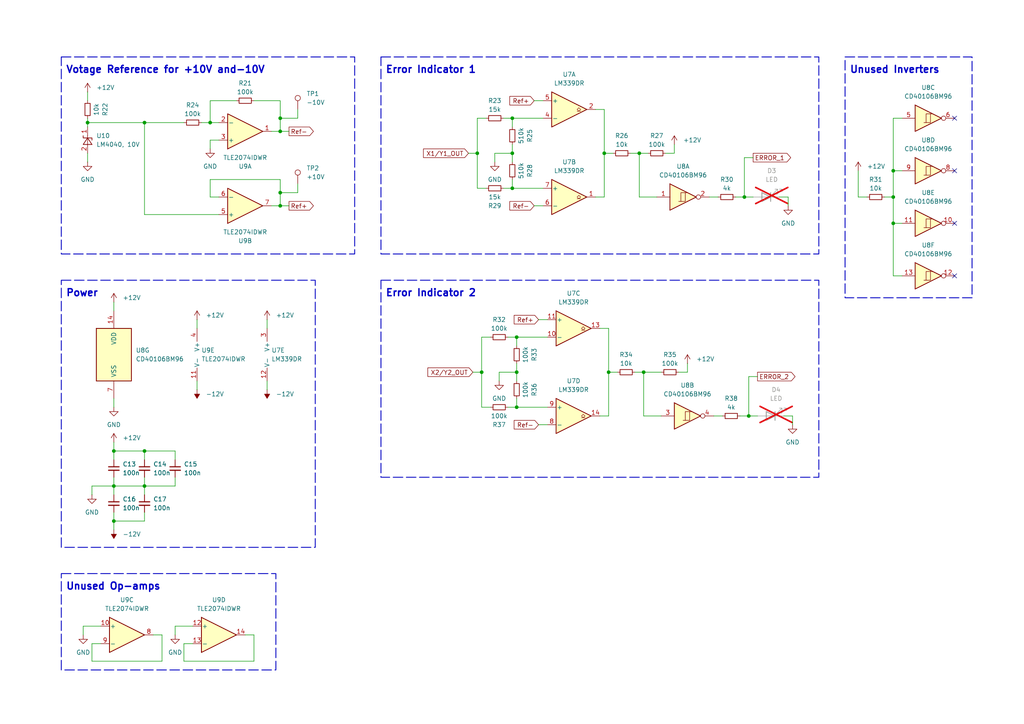
<source format=kicad_sch>
(kicad_sch (version 20231120) (generator "eeschema") (generator_version "8.0")
  (paper "A4")
  (title_block (title "Analog Computer Division Module") (date "2025-01-09") (rev "1") (comment 1 "Overload Indicator"))
  (lib_symbols
    (symbol "4xxx:40106" (pin_names (offset 1.016))
      (property "Reference" "U" (at 0 1.27 0))
      (property "Value" "40106" (at 0 -1.27 0))
      (symbol "40106_1_0"
        (polyline (pts (xy -0.635 -1.27) (xy -0.635 1.27) (xy 0.635 1.27)))
        (polyline (pts (xy -3.81 3.81) (xy -3.81 -3.81) (xy 3.81 0) (xy -3.81 3.81)) (stroke (width 0.254)) (fill (type background)))
        (polyline (pts (xy -1.27 -1.27) (xy 0.635 -1.27) (xy 0.635 1.27) (xy 1.27 1.27)))
        (pin input line (at -7.62 0 0) (length 3.81) (name "~") (number "1"))
        (pin output inverted (at 7.62 0 180) (length 3.81) (name "~") (number "2"))
      )
      (symbol "40106_2_0"
        (polyline (pts (xy -0.635 -1.27) (xy -0.635 1.27) (xy 0.635 1.27)))
        (polyline (pts (xy -3.81 3.81) (xy -3.81 -3.81) (xy 3.81 0) (xy -3.81 3.81)) (stroke (width 0.254)) (fill (type background)))
        (polyline (pts (xy -1.27 -1.27) (xy 0.635 -1.27) (xy 0.635 1.27) (xy 1.27 1.27)))
        (pin input line (at -7.62 0 0) (length 3.81) (name "~") (number "3"))
        (pin output inverted (at 7.62 0 180) (length 3.81) (name "~") (number "4"))
      )
      (symbol "40106_3_0"
        (polyline (pts (xy -0.635 -1.27) (xy -0.635 1.27) (xy 0.635 1.27)))
        (polyline (pts (xy -3.81 3.81) (xy -3.81 -3.81) (xy 3.81 0) (xy -3.81 3.81)) (stroke (width 0.254)) (fill (type background)))
        (polyline (pts (xy -1.27 -1.27) (xy 0.635 -1.27) (xy 0.635 1.27) (xy 1.27 1.27)))
        (pin input line (at -7.62 0 0) (length 3.81) (name "~") (number "5"))
        (pin output inverted (at 7.62 0 180) (length 3.81) (name "~") (number "6"))
      )
      (symbol "40106_4_0"
        (polyline (pts (xy -0.635 -1.27) (xy -0.635 1.27) (xy 0.635 1.27)))
        (polyline (pts (xy -3.81 3.81) (xy -3.81 -3.81) (xy 3.81 0) (xy -3.81 3.81)) (stroke (width 0.254)) (fill (type background)))
        (polyline (pts (xy -1.27 -1.27) (xy 0.635 -1.27) (xy 0.635 1.27) (xy 1.27 1.27)))
        (pin output inverted (at 7.62 0 180) (length 3.81) (name "~") (number "8"))
        (pin input line (at -7.62 0 0) (length 3.81) (name "~") (number "9"))
      )
      (symbol "40106_5_0"
        (polyline (pts (xy -0.635 -1.27) (xy -0.635 1.27) (xy 0.635 1.27)))
        (polyline (pts (xy -3.81 3.81) (xy -3.81 -3.81) (xy 3.81 0) (xy -3.81 3.81)) (stroke (width 0.254)) (fill (type background)))
        (polyline (pts (xy -1.27 -1.27) (xy 0.635 -1.27) (xy 0.635 1.27) (xy 1.27 1.27)))
        (pin output inverted (at 7.62 0 180) (length 3.81) (name "~") (number "10"))
        (pin input line (at -7.62 0 0) (length 3.81) (name "~") (number "11"))
      )
      (symbol "40106_6_0"
        (polyline (pts (xy -0.635 -1.27) (xy -0.635 1.27) (xy 0.635 1.27)))
        (polyline (pts (xy -3.81 3.81) (xy -3.81 -3.81) (xy 3.81 0) (xy -3.81 3.81)) (stroke (width 0.254)) (fill (type background)))
        (polyline (pts (xy -1.27 -1.27) (xy 0.635 -1.27) (xy 0.635 1.27) (xy 1.27 1.27)))
        (pin output inverted (at 7.62 0 180) (length 3.81) (name "~") (number "12"))
        (pin input line (at -7.62 0 0) (length 3.81) (name "~") (number "13"))
      )
      (symbol "40106_7_0"
        (pin power_in line (at 0 12.7 270) (length 5.08) (name "VDD") (number "14"))
        (pin power_in line (at 0 -12.7 90) (length 5.08) (name "VSS") (number "7"))
      )
      (symbol "40106_7_1"
        (rectangle (start -5.08 7.62) (end 5.08 -7.62) (stroke (width 0.254)) (fill (type background)))
      )
    )
    (symbol "Amplifier_Operational:TL074" (pin_names (offset 0.127))
      (property "Reference" "U" (at 0 5.08 0))
      (property "Value" "TL074" (at 0 -5.08 0))
      (symbol "TL074_1_1"
        (polyline (pts (xy -5.08 5.08) (xy 5.08 0) (xy -5.08 -5.08) (xy -5.08 5.08)) (stroke (width 0.254)) (fill (type background)))
        (pin output line (at 7.62 0 180) (length 2.54) (name "~") (number "1"))
        (pin input line (at -7.62 -2.54 0) (length 2.54) (name "-") (number "2"))
        (pin input line (at -7.62 2.54 0) (length 2.54) (name "+") (number "3"))
      )
      (symbol "TL074_2_1"
        (polyline (pts (xy -5.08 5.08) (xy 5.08 0) (xy -5.08 -5.08) (xy -5.08 5.08)) (stroke (width 0.254)) (fill (type background)))
        (pin input line (at -7.62 2.54 0) (length 2.54) (name "+") (number "5"))
        (pin input line (at -7.62 -2.54 0) (length 2.54) (name "-") (number "6"))
        (pin output line (at 7.62 0 180) (length 2.54) (name "~") (number "7"))
      )
      (symbol "TL074_3_1"
        (polyline (pts (xy -5.08 5.08) (xy 5.08 0) (xy -5.08 -5.08) (xy -5.08 5.08)) (stroke (width 0.254)) (fill (type background)))
        (pin input line (at -7.62 2.54 0) (length 2.54) (name "+") (number "10"))
        (pin output line (at 7.62 0 180) (length 2.54) (name "~") (number "8"))
        (pin input line (at -7.62 -2.54 0) (length 2.54) (name "-") (number "9"))
      )
      (symbol "TL074_4_1"
        (polyline (pts (xy -5.08 5.08) (xy 5.08 0) (xy -5.08 -5.08) (xy -5.08 5.08)) (stroke (width 0.254)) (fill (type background)))
        (pin input line (at -7.62 2.54 0) (length 2.54) (name "+") (number "12"))
        (pin input line (at -7.62 -2.54 0) (length 2.54) (name "-") (number "13"))
        (pin output line (at 7.62 0 180) (length 2.54) (name "~") (number "14"))
      )
      (symbol "TL074_5_1"
        (pin power_in line (at -2.54 -7.62 90) (length 3.81) (name "V-") (number "11"))
        (pin power_in line (at -2.54 7.62 270) (length 3.81) (name "V+") (number "4"))
      )
    )
    (symbol "Comparator:LM339" (pin_names (offset 0.127))
      (property "Reference" "U" (at 0 5.08 0))
      (property "Value" "LM339" (at 0 -5.08 0))
      (symbol "LM339_1_1"
        (polyline (pts (xy -5.08 5.08) (xy 5.08 0) (xy -5.08 -5.08) (xy -5.08 5.08)) (stroke (width 0.254)) (fill (type background)))
        (polyline (pts (xy 3.302 -0.508) (xy 2.794 -0.508) (xy 3.302 0) (xy 2.794 0.508) (xy 2.286 0) (xy 2.794 -0.508) (xy 2.286 -0.508)) (stroke (width 0.127)))
        (pin open_collector line (at 7.62 0 180) (length 2.54) (name "~") (number "2"))
        (pin input line (at -7.62 -2.54 0) (length 2.54) (name "-") (number "4"))
        (pin input line (at -7.62 2.54 0) (length 2.54) (name "+") (number "5"))
      )
      (symbol "LM339_2_1"
        (polyline (pts (xy -5.08 5.08) (xy 5.08 0) (xy -5.08 -5.08) (xy -5.08 5.08)) (stroke (width 0.254)) (fill (type background)))
        (polyline (pts (xy 3.302 -0.508) (xy 2.794 -0.508) (xy 3.302 0) (xy 2.794 0.508) (xy 2.286 0) (xy 2.794 -0.508) (xy 2.286 -0.508)) (stroke (width 0.127)))
        (pin open_collector line (at 7.62 0 180) (length 2.54) (name "~") (number "1"))
        (pin input line (at -7.62 -2.54 0) (length 2.54) (name "-") (number "6"))
        (pin input line (at -7.62 2.54 0) (length 2.54) (name "+") (number "7"))
      )
      (symbol "LM339_3_1"
        (polyline (pts (xy -5.08 5.08) (xy 5.08 0) (xy -5.08 -5.08) (xy -5.08 5.08)) (stroke (width 0.254)) (fill (type background)))
        (polyline (pts (xy 3.302 -0.508) (xy 2.794 -0.508) (xy 3.302 0) (xy 2.794 0.508) (xy 2.286 0) (xy 2.794 -0.508) (xy 2.286 -0.508)) (stroke (width 0.127)))
        (pin input line (at -7.62 -2.54 0) (length 2.54) (name "-") (number "10"))
        (pin input line (at -7.62 2.54 0) (length 2.54) (name "+") (number "11"))
        (pin open_collector line (at 7.62 0 180) (length 2.54) (name "~") (number "13"))
      )
      (symbol "LM339_4_1"
        (polyline (pts (xy -5.08 5.08) (xy 5.08 0) (xy -5.08 -5.08) (xy -5.08 5.08)) (stroke (width 0.254)) (fill (type background)))
        (polyline (pts (xy 3.302 -0.508) (xy 2.794 -0.508) (xy 3.302 0) (xy 2.794 0.508) (xy 2.286 0) (xy 2.794 -0.508) (xy 2.286 -0.508)) (stroke (width 0.127)))
        (pin open_collector line (at 7.62 0 180) (length 2.54) (name "~") (number "14"))
        (pin input line (at -7.62 -2.54 0) (length 2.54) (name "-") (number "8"))
        (pin input line (at -7.62 2.54 0) (length 2.54) (name "+") (number "9"))
      )
      (symbol "LM339_5_1"
        (pin power_in line (at -2.54 -7.62 90) (length 3.81) (name "V-") (number "12"))
        (pin power_in line (at -2.54 7.62 270) (length 3.81) (name "V+") (number "3"))
      )
    )
    (symbol "Connector:TestPoint" (pin_numbers hide) (pin_names (offset 0.762) hide)
      (property "Reference" "TP" (at 0 6.858 0))
      (property "Value" "TestPoint" (at 0 5.08 0))
      (symbol "TestPoint_0_1"
        (circle (center 0 3.302) (radius 0.762))
      )
      (symbol "TestPoint_1_1"
        (pin passive line (at 0 0 90) (length 2.54) (name "1") (number "1"))
      )
    )
    (symbol "Device:C_Small" (pin_numbers hide) (pin_names (offset 0.254) hide)
      (property "Reference" "C" (at 0.254 1.778 0))
      (property "Value" "C_Small" (at 0.254 -2.032 0))
      (symbol "C_Small_0_1"
        (polyline (pts (xy -1.524 -0.508) (xy 1.524 -0.508)) (stroke (width 0.3302)))
        (polyline (pts (xy -1.524 0.508) (xy 1.524 0.508)) (stroke (width 0.3048)))
      )
      (symbol "C_Small_1_1"
        (pin passive line (at 0 2.54 270) (length 2.032) (name "~") (number "1"))
        (pin passive line (at 0 -2.54 90) (length 2.032) (name "~") (number "2"))
      )
    )
    (symbol "Device:LED" (pin_numbers hide) (pin_names (offset 1.016) hide)
      (property "Reference" "D" (at 0 2.54 0))
      (property "Value" "LED" (at 0 -2.54 0))
      (symbol "LED_0_1"
        (polyline (pts (xy -1.27 -1.27) (xy -1.27 1.27)) (stroke (width 0.254)))
        (polyline (pts (xy -1.27 0) (xy 1.27 0)))
        (polyline (pts (xy 1.27 -1.27) (xy 1.27 1.27) (xy -1.27 0) (xy 1.27 -1.27)) (stroke (width 0.254)))
        (polyline (pts (xy -3.048 -0.762) (xy -4.572 -2.286) (xy -3.81 -2.286) (xy -4.572 -2.286) (xy -4.572 -1.524)))
        (polyline (pts (xy -1.778 -0.762) (xy -3.302 -2.286) (xy -2.54 -2.286) (xy -3.302 -2.286) (xy -3.302 -1.524)))
      )
      (symbol "LED_1_1"
        (pin passive line (at -3.81 0 0) (length 2.54) (name "K") (number "1"))
        (pin passive line (at 3.81 0 180) (length 2.54) (name "A") (number "2"))
      )
    )
    (symbol "Device:R_Small" (pin_numbers hide) (pin_names (offset 0.254) hide)
      (property "Reference" "R" (at 0.762 0.508 0))
      (property "Value" "R_Small" (at 0.762 -1.016 0))
      (symbol "R_Small_0_1"
        (rectangle (start -0.762 1.778) (end 0.762 -1.778) (stroke (width 0.2032)))
      )
      (symbol "R_Small_1_1"
        (pin passive line (at 0 2.54 270) (length 0.762) (name "~") (number "1"))
        (pin passive line (at 0 -2.54 90) (length 0.762) (name "~") (number "2"))
      )
    )
    (symbol "Reference_Voltage:LM4040DBZ-10" (pin_names (offset 0.0254) hide)
      (property "Reference" "U" (at 0 2.54 0))
      (property "Value" "LM4040DBZ-10" (at 0 -3.175 0))
      (symbol "LM4040DBZ-10_0_1"
        (polyline (pts (xy -1.27 0) (xy 0 0) (xy 1.27 0)))
        (polyline (pts (xy -1.27 -1.27) (xy 0.635 0) (xy -1.27 1.27) (xy -1.27 -1.27)) (stroke (width 0.2032)))
        (polyline (pts (xy 0 -1.27) (xy 0.635 -1.27) (xy 0.635 1.27) (xy 1.27 1.27)) (stroke (width 0.2032)))
      )
      (symbol "LM4040DBZ-10_1_1"
        (pin passive line (at 3.81 0 180) (length 2.54) (name "K") (number "1"))
        (pin passive line (at -3.81 0 0) (length 2.54) (name "A") (number "2"))
        (pin no_connect line (at -1.27 0 0) (length 2.54) hide (name "NC") (number "3"))
      )
    )
    (symbol "power:+12V" (power) (pin_numbers hide) (pin_names (offset 0) hide)
      (property "Value" "+12V" (at 0 3.556 0))
      (symbol "+12V_0_1"
        (polyline (pts (xy -0.762 1.27) (xy 0 2.54)))
        (polyline (pts (xy 0 0) (xy 0 2.54)))
        (polyline (pts (xy 0 2.54) (xy 0.762 1.27)))
      )
      (symbol "+12V_1_1"
        (pin power_in line (at 0 0 90) (length 0) (name "~") (number "1"))
      )
    )
    (symbol "power:-12V" (power) (pin_numbers hide) (pin_names (offset 0) hide)
      (property "Value" "-12V" (at 0 3.556 0))
      (symbol "-12V_0_0"
        (pin power_in line (at 0 0 90) (length 0) (name "~") (number "1"))
      )
      (symbol "-12V_0_1"
        (polyline (pts (xy 0 0) (xy 0 1.27) (xy 0.762 1.27) (xy 0 2.54) (xy -0.762 1.27) (xy 0 1.27)) (fill (type outline)))
      )
    )
    (symbol "power:GND" (power) (pin_numbers hide) (pin_names (offset 0) hide)
      (property "Value" "GND" (at 0 -3.81 0))
      (symbol "GND_0_1"
        (polyline (pts (xy 0 0) (xy 0 -1.27) (xy 1.27 -1.27) (xy 0 -2.54) (xy -1.27 -1.27) (xy 0 -1.27)))
      )
      (symbol "GND_1_1"
        (pin power_in line (at 0 0 270) (length 0) (name "~") (number "1"))
      )
    )
  )
  (junction (at 259.08 64.77))
  (junction (at 81.28 34.29))
  (junction (at 149.86 118.11))
  (junction (at 186.69 107.95))
  (junction (at 33.02 151.13))
  (junction (at 185.42 44.45))
  (junction (at 60.96 35.56))
  (junction (at 139.7 107.95))
  (junction (at 259.08 49.53))
  (junction (at 41.91 35.56))
  (junction (at 217.17 120.65))
  (junction (at 148.59 44.45))
  (junction (at 33.02 130.81))
  (junction (at 138.43 44.45))
  (junction (at 215.9 57.15))
  (junction (at 25.4 35.56))
  (junction (at 148.59 54.61))
  (junction (at 81.28 59.69))
  (junction (at 81.28 38.1))
  (junction (at 176.53 107.95))
  (junction (at 149.86 97.79))
  (junction (at 41.91 140.97))
  (junction (at 81.28 55.88))
  (junction (at 175.26 44.45))
  (junction (at 149.86 107.95))
  (junction (at 148.59 34.29))
  (junction (at 259.08 57.15))
  (junction (at 33.02 140.97))
  (junction (at 41.91 130.81))
  (no_connect (at 276.86 34.29))
  (no_connect (at 276.86 80.01))
  (no_connect (at 276.86 49.53))
  (no_connect (at 276.86 64.77))
  (wire (pts (xy 138.43 34.29) (xy 138.43 44.45)))
  (wire (pts (xy 227.33 120.65) (xy 229.87 120.65)))
  (wire (pts (xy 33.02 87.63) (xy 33.02 90.17)))
  (wire (pts (xy 154.94 59.69) (xy 157.48 59.69)))
  (wire (pts (xy 33.02 151.13) (xy 41.91 151.13)))
  (wire (pts (xy 148.59 34.29) (xy 148.59 36.83)))
  (wire (pts (xy 218.44 45.72) (xy 215.9 45.72)))
  (wire (pts (xy 50.8 133.35) (xy 50.8 130.81)))
  (wire (pts (xy 135.89 44.45) (xy 138.43 44.45)))
  (wire (pts (xy 41.91 140.97) (xy 41.91 143.51)))
  (wire (pts (xy 176.53 120.65) (xy 176.53 107.95)))
  (wire (pts (xy 25.4 44.45) (xy 25.4 46.99)))
  (wire (pts (xy 228.6 57.15) (xy 228.6 59.69)))
  (wire (pts (xy 144.78 107.95) (xy 149.86 107.95)))
  (wire (pts (xy 215.9 57.15) (xy 218.44 57.15)))
  (wire (pts (xy 146.05 54.61) (xy 148.59 54.61)))
  (wire (pts (xy 41.91 35.56) (xy 53.34 35.56)))
  (wire (pts (xy 139.7 107.95) (xy 139.7 118.11)))
  (wire (pts (xy 176.53 107.95) (xy 179.07 107.95)))
  (wire (pts (xy 86.36 31.75) (xy 86.36 34.29)))
  (wire (pts (xy 33.02 148.59) (xy 33.02 151.13)))
  (wire (pts (xy 41.91 138.43) (xy 41.91 140.97)))
  (wire (pts (xy 77.47 92.71) (xy 77.47 95.25)))
  (wire (pts (xy 248.92 57.15) (xy 251.46 57.15)))
  (wire (pts (xy 156.21 123.19) (xy 158.75 123.19)))
  (wire (pts (xy 41.91 151.13) (xy 41.91 148.59)))
  (wire (pts (xy 50.8 138.43) (xy 50.8 140.97)))
  (wire (pts (xy 199.39 107.95) (xy 199.39 105.41)))
  (wire (pts (xy 25.4 35.56) (xy 25.4 36.83)))
  (wire (pts (xy 175.26 44.45) (xy 175.26 31.75)))
  (wire (pts (xy 175.26 44.45) (xy 177.8 44.45)))
  (wire (pts (xy 33.02 115.57) (xy 33.02 118.11)))
  (wire (pts (xy 182.88 44.45) (xy 185.42 44.45)))
  (wire (pts (xy 149.86 118.11) (xy 158.75 118.11)))
  (wire (pts (xy 25.4 34.29) (xy 25.4 35.56)))
  (wire (pts (xy 55.88 186.69) (xy 53.34 186.69)))
  (wire (pts (xy 60.96 35.56) (xy 63.5 35.56)))
  (wire (pts (xy 259.08 49.53) (xy 259.08 57.15)))
  (wire (pts (xy 33.02 130.81) (xy 41.91 130.81)))
  (wire (pts (xy 81.28 34.29) (xy 81.28 29.21)))
  (wire (pts (xy 57.15 92.71) (xy 57.15 95.25)))
  (wire (pts (xy 53.34 191.77) (xy 73.66 191.77)))
  (wire (pts (xy 149.86 97.79) (xy 158.75 97.79)))
  (wire (pts (xy 142.24 97.79) (xy 139.7 97.79)))
  (wire (pts (xy 213.36 57.15) (xy 215.9 57.15)))
  (wire (pts (xy 33.02 140.97) (xy 41.91 140.97)))
  (wire (pts (xy 60.96 52.07) (xy 81.28 52.07)))
  (wire (pts (xy 53.34 186.69) (xy 53.34 191.77)))
  (wire (pts (xy 81.28 34.29) (xy 86.36 34.29)))
  (wire (pts (xy 193.04 44.45) (xy 195.58 44.45)))
  (wire (pts (xy 191.77 120.65) (xy 186.69 120.65)))
  (wire (pts (xy 140.97 34.29) (xy 138.43 34.29)))
  (wire (pts (xy 73.66 191.77) (xy 73.66 184.15)))
  (wire (pts (xy 24.13 181.61) (xy 24.13 184.15)))
  (wire (pts (xy 86.36 53.34) (xy 86.36 55.88)))
  (wire (pts (xy 259.08 49.53) (xy 261.62 49.53)))
  (wire (pts (xy 185.42 44.45) (xy 187.96 44.45)))
  (wire (pts (xy 137.16 107.95) (xy 139.7 107.95)))
  (wire (pts (xy 139.7 118.11) (xy 142.24 118.11)))
  (wire (pts (xy 259.08 64.77) (xy 261.62 64.77)))
  (wire (pts (xy 149.86 97.79) (xy 149.86 100.33)))
  (wire (pts (xy 63.5 40.64) (xy 60.96 40.64)))
  (wire (pts (xy 172.72 57.15) (xy 175.26 57.15)))
  (wire (pts (xy 25.4 26.67) (xy 25.4 29.21)))
  (wire (pts (xy 63.5 57.15) (xy 60.96 57.15)))
  (wire (pts (xy 154.94 29.21) (xy 157.48 29.21)))
  (wire (pts (xy 217.17 109.22) (xy 217.17 120.65)))
  (wire (pts (xy 259.08 80.01) (xy 261.62 80.01)))
  (wire (pts (xy 81.28 59.69) (xy 83.82 59.69)))
  (wire (pts (xy 173.99 95.25) (xy 176.53 95.25)))
  (wire (pts (xy 196.85 107.95) (xy 199.39 107.95)))
  (wire (pts (xy 147.32 118.11) (xy 149.86 118.11)))
  (wire (pts (xy 147.32 97.79) (xy 149.86 97.79)))
  (wire (pts (xy 81.28 52.07) (xy 81.28 55.88)))
  (wire (pts (xy 25.4 35.56) (xy 41.91 35.56)))
  (wire (pts (xy 229.87 120.65) (xy 229.87 123.19)))
  (wire (pts (xy 248.92 49.53) (xy 248.92 57.15)))
  (wire (pts (xy 138.43 54.61) (xy 140.97 54.61)))
  (wire (pts (xy 33.02 151.13) (xy 33.02 153.67)))
  (wire (pts (xy 217.17 120.65) (xy 219.71 120.65)))
  (wire (pts (xy 41.91 62.23) (xy 41.91 35.56)))
  (wire (pts (xy 156.21 92.71) (xy 158.75 92.71)))
  (wire (pts (xy 148.59 34.29) (xy 157.48 34.29)))
  (wire (pts (xy 60.96 57.15) (xy 60.96 52.07)))
  (wire (pts (xy 256.54 57.15) (xy 259.08 57.15)))
  (wire (pts (xy 207.01 120.65) (xy 209.55 120.65)))
  (wire (pts (xy 146.05 34.29) (xy 148.59 34.29)))
  (wire (pts (xy 148.59 54.61) (xy 148.59 52.07)))
  (wire (pts (xy 149.86 105.41) (xy 149.86 107.95)))
  (wire (pts (xy 63.5 62.23) (xy 41.91 62.23)))
  (wire (pts (xy 68.58 29.21) (xy 60.96 29.21)))
  (wire (pts (xy 195.58 44.45) (xy 195.58 41.91)))
  (wire (pts (xy 26.67 140.97) (xy 33.02 140.97)))
  (wire (pts (xy 33.02 140.97) (xy 33.02 143.51)))
  (wire (pts (xy 148.59 54.61) (xy 157.48 54.61)))
  (wire (pts (xy 190.5 57.15) (xy 185.42 57.15)))
  (wire (pts (xy 33.02 138.43) (xy 33.02 140.97)))
  (wire (pts (xy 175.26 57.15) (xy 175.26 44.45)))
  (wire (pts (xy 26.67 143.51) (xy 26.67 140.97)))
  (wire (pts (xy 46.99 191.77) (xy 46.99 184.15)))
  (wire (pts (xy 50.8 181.61) (xy 55.88 181.61)))
  (wire (pts (xy 214.63 120.65) (xy 217.17 120.65)))
  (wire (pts (xy 41.91 140.97) (xy 50.8 140.97)))
  (wire (pts (xy 139.7 97.79) (xy 139.7 107.95)))
  (wire (pts (xy 138.43 44.45) (xy 138.43 54.61)))
  (wire (pts (xy 176.53 107.95) (xy 176.53 95.25)))
  (wire (pts (xy 71.12 184.15) (xy 73.66 184.15)))
  (wire (pts (xy 143.51 46.99) (xy 143.51 44.45)))
  (wire (pts (xy 81.28 38.1) (xy 83.82 38.1)))
  (wire (pts (xy 33.02 133.35) (xy 33.02 130.81)))
  (wire (pts (xy 215.9 45.72) (xy 215.9 57.15)))
  (wire (pts (xy 26.67 186.69) (xy 26.67 191.77)))
  (wire (pts (xy 148.59 44.45) (xy 148.59 46.99)))
  (wire (pts (xy 41.91 130.81) (xy 41.91 133.35)))
  (wire (pts (xy 219.71 109.22) (xy 217.17 109.22)))
  (wire (pts (xy 144.78 110.49) (xy 144.78 107.95)))
  (wire (pts (xy 259.08 57.15) (xy 259.08 64.77)))
  (wire (pts (xy 143.51 44.45) (xy 148.59 44.45)))
  (wire (pts (xy 57.15 110.49) (xy 57.15 113.03)))
  (wire (pts (xy 77.47 110.49) (xy 77.47 113.03)))
  (wire (pts (xy 50.8 130.81) (xy 41.91 130.81)))
  (wire (pts (xy 78.74 38.1) (xy 81.28 38.1)))
  (wire (pts (xy 173.99 120.65) (xy 176.53 120.65)))
  (wire (pts (xy 81.28 38.1) (xy 81.28 34.29)))
  (wire (pts (xy 149.86 107.95) (xy 149.86 110.49)))
  (wire (pts (xy 29.21 181.61) (xy 24.13 181.61)))
  (wire (pts (xy 81.28 55.88) (xy 81.28 59.69)))
  (wire (pts (xy 148.59 41.91) (xy 148.59 44.45)))
  (wire (pts (xy 58.42 35.56) (xy 60.96 35.56)))
  (wire (pts (xy 259.08 64.77) (xy 259.08 80.01)))
  (wire (pts (xy 184.15 107.95) (xy 186.69 107.95)))
  (wire (pts (xy 81.28 29.21) (xy 73.66 29.21)))
  (wire (pts (xy 29.21 186.69) (xy 26.67 186.69)))
  (wire (pts (xy 26.67 191.77) (xy 46.99 191.77)))
  (wire (pts (xy 185.42 57.15) (xy 185.42 44.45)))
  (wire (pts (xy 46.99 184.15) (xy 44.45 184.15)))
  (wire (pts (xy 86.36 55.88) (xy 81.28 55.88)))
  (wire (pts (xy 186.69 120.65) (xy 186.69 107.95)))
  (wire (pts (xy 60.96 29.21) (xy 60.96 35.56)))
  (wire (pts (xy 186.69 107.95) (xy 191.77 107.95)))
  (wire (pts (xy 50.8 184.15) (xy 50.8 181.61)))
  (wire (pts (xy 226.06 57.15) (xy 228.6 57.15)))
  (wire (pts (xy 259.08 34.29) (xy 259.08 49.53)))
  (wire (pts (xy 60.96 40.64) (xy 60.96 43.18)))
  (wire (pts (xy 259.08 34.29) (xy 261.62 34.29)))
  (wire (pts (xy 149.86 118.11) (xy 149.86 115.57)))
  (wire (pts (xy 205.74 57.15) (xy 208.28 57.15)))
  (wire (pts (xy 33.02 128.27) (xy 33.02 130.81)))
  (wire (pts (xy 172.72 31.75) (xy 175.26 31.75)))
  (wire (pts (xy 81.28 59.69) (xy 78.74 59.69)))
  (rectangle (start 110.49 16.51) (end 237.49 73.66) (stroke (width 0.254) (type dash)))
  (rectangle (start 245.11 16.51) (end 281.94 86.36) (stroke (width 0.254) (type dash)))
  (rectangle (start 17.78 81.28) (end 91.44 158.75) (stroke (width 0.254) (type dash)))
  (rectangle (start 17.78 166.37) (end 80.01 194.31) (stroke (width 0.254) (type dash)))
  (rectangle (start 17.78 16.51) (end 102.87 73.66) (stroke (width 0.254) (type dash)))
  (rectangle (start 110.49 81.28) (end 237.49 138.43) (stroke (width 0.254) (type dash)))
  (text "Unused Inverters" (at 246.38 20.32 0) (effects (font (size 2.032 2.032) (thickness 0.4064) (bold yes)) (justify left)))
  (text "Error Indicator 1" (at 111.76 20.32 0) (effects (font (size 2.032 2.032) (thickness 0.4064) (bold yes)) (justify left)))
  (text "Unused Op-amps" (at 19.05 170.18 0) (effects (font (size 2.032 2.032) (thickness 0.4064) (bold yes)) (justify left)))
  (text "Error Indicator 2" (at 111.76 85.09 0) (effects (font (size 2.032 2.032) (thickness 0.4064) (bold yes)) (justify left)))
  (text "Power" (at 19.05 85.09 0) (effects (font (size 2.032 2.032) (thickness 0.4064) (bold yes)) (justify left)))
  (text "Votage Reference for +10V and-10V" (at 19.05 20.32 0) (effects (font (size 2.032 2.032) (thickness 0.4064) (bold yes)) (justify left)))
  (global_label "X1{slash}Y1_OUT" (shape input) (at 135.89 44.45 180) (property "Intersheetrefs" "${INTERSHEET_REFS}" (effects (hide yes))))
  (global_label "Ref+" (shape input) (at 154.94 29.21 180) (property "Intersheetrefs" "${INTERSHEET_REFS}" (effects (hide yes))))
  (global_label "Ref-" (shape input) (at 156.21 123.19 180) (property "Intersheetrefs" "${INTERSHEET_REFS}" (effects (hide yes))))
  (global_label "Ref-" (shape output) (at 83.82 38.1 0) (property "Intersheetrefs" "${INTERSHEET_REFS}" (effects (hide yes))))
  (global_label "ERROR_2" (shape output) (at 219.71 109.22 0) (property "Intersheetrefs" "${INTERSHEET_REFS}" (effects (hide yes))))
  (global_label "ERROR_1" (shape output) (at 218.44 45.72 0) (property "Intersheetrefs" "${INTERSHEET_REFS}" (effects (hide yes))))
  (global_label "Ref+" (shape output) (at 83.82 59.69 0) (property "Intersheetrefs" "${INTERSHEET_REFS}" (effects (hide yes))))
  (global_label "X2{slash}Y2_OUT" (shape input) (at 137.16 107.95 180) (property "Intersheetrefs" "${INTERSHEET_REFS}" (effects (hide yes))))
  (global_label "Ref-" (shape input) (at 154.94 59.69 180) (property "Intersheetrefs" "${INTERSHEET_REFS}" (effects (hide yes))))
  (global_label "Ref+" (shape input) (at 156.21 92.71 180) (property "Intersheetrefs" "${INTERSHEET_REFS}" (effects (hide yes))))
  (symbol (lib_id "Device:R_Small") (at 25.4 31.75 0) (mirror x) (unit 1)
    (property "Reference" "R22" (at 30.48 31.75 90))
    (property "Value" "10k" (at 27.94 31.75 90))
    (property "Footprint" "Resistor_SMD:R_1206_3216Metric_Pad1.30x1.75mm_HandSolder" (effects (hide yes)))
    (property "Description" "Resistor, small symbol" (effects (hide yes)))
  )
  (symbol (lib_id "Device:C_Small") (at 33.02 135.89 0) (unit 1)
    (property "Reference" "C13" (at 35.56 134.6262 0) (effects (justify left)))
    (property "Value" "100n" (at 35.56 137.1662 0) (effects (justify left)))
    (property "Footprint" "Capacitor_SMD:C_1206_3216Metric_Pad1.33x1.80mm_HandSolder" (effects (hide yes)))
    (property "Description" "Unpolarized capacitor, small symbol" (effects (hide yes)))
  )
  (symbol (lib_id "power:GND") (at 50.8 184.15 0) (unit 1)
    (property "Reference" "#PWR064" (effects (hide yes)))
    (property "Value" "GND" (at 50.8 189.23 0))
    (property "Description" "Power symbol creates a global label with name \"GND\" , ground" (effects (hide yes)))
  )
  (symbol (lib_id "power:+12V") (at 199.39 105.41 0) (unit 1)
    (property "Reference" "#PWR054" (effects (hide yes)))
    (property "Value" "+12V" (at 201.93 104.1399 0) (effects (justify left)))
    (property "Description" "Power symbol creates a global label with name \"+12V\"" (effects (hide yes)))
  )
  (symbol (lib_id "Amplifier_Operational:TL074") (at 36.83 184.15 0) (unit 3)
    (property "Reference" "U9" (at 36.83 173.99 0))
    (property "Value" "TLE2074IDWR" (at 36.83 176.53 0))
    (property "Footprint" "Package_SO:SOIC-14_3.9x8.7mm_P1.27mm" (effects (hide yes)))
    (property "Datasheet" "https://www.ti.com/general/docs/suppproductinfo.tsp?distId=10&gotoUrl=https%3A%2F%2Fwww.ti.com%2Flit%2Fgpn%2Ftle2074" (effects (hide yes)))
    (property "Description" "IC OPAMP JFET 4 CIRCUIT 16SOIC" (effects (hide yes)))
  )
  (symbol (lib_id "4xxx:40106") (at 199.39 120.65 0) (unit 2)
    (property "Reference" "U8" (at 199.39 111.76 0))
    (property "Value" "CD40106BM96" (at 199.39 114.3 0))
    (property "Footprint" "Package_SO:SOIC-14_3.9x8.7mm_P1.27mm" (effects (hide yes)))
    (property "Datasheet" "https://www.ti.com/lit/ds/symlink/cd40106b.pdf?HQS=dis-dk-null-digikeymode-dsf-pf-null-wwe&ts=1736379183308&ref_url=https%253A%252F%252Fwww.ti.com%252Fgeneral%252Fdocs%252Fsuppproductinfo.tsp%253FdistId%253D10%2526gotoUrl%253Dhttps%253A%252F%252Fwww.ti.com%252Flit%252Fgpn%252Fcd40106b" (effects (hide yes)))
    (property "Description" "Hex Schmitt trigger inverter" (effects (hide yes)))
  )
  (symbol (lib_id "Device:R_Small") (at 180.34 44.45 270) (mirror x) (unit 1)
    (property "Reference" "R26" (at 180.34 39.37 90))
    (property "Value" "10k" (at 180.34 41.91 90))
    (property "Footprint" "Resistor_SMD:R_1206_3216Metric_Pad1.30x1.75mm_HandSolder" (effects (hide yes)))
    (property "Description" "Resistor, small symbol" (effects (hide yes)))
  )
  (symbol (lib_id "Device:R_Small") (at 148.59 49.53 0) (mirror x) (unit 1)
    (property "Reference" "R28" (at 153.67 49.53 90))
    (property "Value" "510k" (at 151.13 49.53 90))
    (property "Footprint" "Resistor_SMD:R_1206_3216Metric_Pad1.30x1.75mm_HandSolder" (effects (hide yes)))
    (property "Description" "Resistor, small symbol" (effects (hide yes)))
  )
  (symbol (lib_id "Device:R_Small") (at 55.88 35.56 270) (mirror x) (unit 1)
    (property "Reference" "R24" (at 55.88 30.48 90))
    (property "Value" "100k" (at 55.88 33.02 90))
    (property "Footprint" "Resistor_SMD:R_1206_3216Metric_Pad1.30x1.75mm_HandSolder" (effects (hide yes)))
    (property "Description" "Resistor, small symbol" (effects (hide yes)))
  )
  (symbol (lib_id "Device:R_Small") (at 149.86 102.87 0) (mirror x) (unit 1)
    (property "Reference" "R33" (at 154.94 102.87 90))
    (property "Value" "100k" (at 152.4 102.87 90))
    (property "Footprint" "Resistor_SMD:R_1206_3216Metric_Pad1.30x1.75mm_HandSolder" (effects (hide yes)))
    (property "Description" "Resistor, small symbol" (effects (hide yes)))
  )
  (symbol (lib_id "power:GND") (at 143.51 46.99 0) (unit 1)
    (property "Reference" "#PWR048" (effects (hide yes)))
    (property "Value" "GND" (at 143.51 52.07 0))
    (property "Description" "Power symbol creates a global label with name \"GND\" , ground" (effects (hide yes)))
  )
  (symbol (lib_id "Connector:TestPoint") (at 86.36 53.34 0) (unit 1) (in_bom no)
    (property "Reference" "TP2" (at 88.9 48.7679 0) (effects (justify left)))
    (property "Value" "+10V" (at 88.9 51.3079 0) (effects (justify left)))
    (property "Footprint" "TestPoint:TestPoint_Pad_D2.0mm" (effects (hide yes)))
    (property "Description" "test point" (effects (hide yes)))
  )
  (symbol (lib_id "Device:C_Small") (at 41.91 135.89 0) (unit 1)
    (property "Reference" "C14" (at 44.45 134.6262 0) (effects (justify left)))
    (property "Value" "100n" (at 44.45 137.1662 0) (effects (justify left)))
    (property "Footprint" "Capacitor_SMD:C_1206_3216Metric_Pad1.33x1.80mm_HandSolder" (effects (hide yes)))
    (property "Description" "Unpolarized capacitor, small symbol" (effects (hide yes)))
  )
  (symbol (lib_id "power:GND") (at 26.67 143.51 0) (unit 1)
    (property "Reference" "#PWR061" (effects (hide yes)))
    (property "Value" "GND" (at 26.67 148.59 0))
    (property "Description" "Power symbol creates a global label with name \"GND\" , ground" (effects (hide yes)))
  )
  (symbol (lib_id "power:+12V") (at 248.92 49.53 0) (unit 1)
    (property "Reference" "#PWR049" (effects (hide yes)))
    (property "Value" "+12V" (at 251.46 48.2599 0) (effects (justify left)))
    (property "Description" "Power symbol creates a global label with name \"+12V\"" (effects (hide yes)))
  )
  (symbol (lib_id "Device:C_Small") (at 50.8 135.89 0) (unit 1)
    (property "Reference" "C15" (at 53.34 134.6262 0) (effects (justify left)))
    (property "Value" "100n" (at 53.34 137.1662 0) (effects (justify left)))
    (property "Footprint" "Capacitor_SMD:C_1206_3216Metric_Pad1.33x1.80mm_HandSolder" (effects (hide yes)))
    (property "Description" "Unpolarized capacitor, small symbol" (effects (hide yes)))
  )
  (symbol (lib_id "Comparator:LM339") (at 166.37 95.25 0) (unit 3)
    (property "Reference" "U7" (at 166.37 85.09 0))
    (property "Value" "LM339DR" (at 166.37 87.63 0))
    (property "Footprint" "Package_SO:SOIC-14_3.9x8.7mm_P1.27mm" (effects (hide yes)))
    (property "Datasheet" "https://www.ti.com/lit/ds/symlink/lm339.pdf?HQS=dis-dk-null-digikeymode-dsf-pf-null-wwe&ts=1736353539452" (effects (hide yes)))
    (property "Description" "Comparator General Purpose Open-Collector 14-SOIC" (effects (hide yes)))
  )
  (symbol (lib_id "Device:R_Small") (at 194.31 107.95 270) (mirror x) (unit 1)
    (property "Reference" "R35" (at 194.31 102.87 90))
    (property "Value" "100k" (at 194.31 105.41 90))
    (property "Footprint" "Resistor_SMD:R_1206_3216Metric_Pad1.30x1.75mm_HandSolder" (effects (hide yes)))
    (property "Description" "Resistor, small symbol" (effects (hide yes)))
  )
  (symbol (lib_id "power:-12V") (at 57.15 113.03 180) (unit 1)
    (property "Reference" "#PWR056" (effects (hide yes)))
    (property "Value" "-12V" (at 59.69 114.2999 0) (effects (justify right)))
    (property "Description" "Power symbol creates a global label with name \"-12V\"" (effects (hide yes)))
  )
  (symbol (lib_id "Comparator:LM339") (at 165.1 31.75 0) (unit 1)
    (property "Reference" "U7" (at 165.1 21.59 0))
    (property "Value" "LM339DR" (at 165.1 24.13 0))
    (property "Footprint" "Package_SO:SOIC-14_3.9x8.7mm_P1.27mm" (effects (hide yes)))
    (property "Datasheet" "https://www.ti.com/lit/ds/symlink/lm339.pdf?HQS=dis-dk-null-digikeymode-dsf-pf-null-wwe&ts=1736353539452" (effects (hide yes)))
    (property "Description" "Comparator General Purpose Open-Collector 14-SOIC" (effects (hide yes)))
  )
  (symbol (lib_id "4xxx:40106") (at 33.02 102.87 0) (unit 7)
    (property "Reference" "U8" (at 39.37 101.5999 0) (effects (justify left)))
    (property "Value" "CD40106BM96" (at 39.37 104.1399 0) (effects (justify left)))
    (property "Footprint" "Package_SO:SOIC-14_3.9x8.7mm_P1.27mm" (effects (hide yes)))
    (property "Datasheet" "https://www.ti.com/lit/ds/symlink/cd40106b.pdf?HQS=dis-dk-null-digikeymode-dsf-pf-null-wwe&ts=1736379183308&ref_url=https%253A%252F%252Fwww.ti.com%252Fgeneral%252Fdocs%252Fsuppproductinfo.tsp%253FdistId%253D10%2526gotoUrl%253Dhttps%253A%252F%252Fwww.ti.com%252Flit%252Fgpn%252Fcd40106b" (effects (hide yes)))
    (property "Description" "Hex Schmitt trigger inverter" (effects (hide yes)))
  )
  (symbol (lib_id "Device:R_Small") (at 148.59 39.37 0) (mirror x) (unit 1)
    (property "Reference" "R25" (at 153.67 39.37 90))
    (property "Value" "510k" (at 151.13 39.37 90))
    (property "Footprint" "Resistor_SMD:R_1206_3216Metric_Pad1.30x1.75mm_HandSolder" (effects (hide yes)))
    (property "Description" "Resistor, small symbol" (effects (hide yes)))
  )
  (symbol (lib_id "Connector:TestPoint") (at 86.36 31.75 0) (unit 1) (in_bom no)
    (property "Reference" "TP1" (at 88.9 27.1779 0) (effects (justify left)))
    (property "Value" "-10V" (at 88.9 29.7179 0) (effects (justify left)))
    (property "Footprint" "TestPoint:TestPoint_Pad_D2.0mm" (effects (hide yes)))
    (property "Description" "test point" (effects (hide yes)))
  )
  (symbol (lib_id "4xxx:40106") (at 269.24 64.77 0) (unit 5)
    (property "Reference" "U8" (at 269.24 55.88 0))
    (property "Value" "CD40106BM96" (at 269.24 58.42 0))
    (property "Footprint" "Package_SO:SOIC-14_3.9x8.7mm_P1.27mm" (effects (hide yes)))
    (property "Datasheet" "https://www.ti.com/lit/ds/symlink/cd40106b.pdf?HQS=dis-dk-null-digikeymode-dsf-pf-null-wwe&ts=1736379183308&ref_url=https%253A%252F%252Fwww.ti.com%252Fgeneral%252Fdocs%252Fsuppproductinfo.tsp%253FdistId%253D10%2526gotoUrl%253Dhttps%253A%252F%252Fwww.ti.com%252Flit%252Fgpn%252Fcd40106b" (effects (hide yes)))
    (property "Description" "Hex Schmitt trigger inverter" (effects (hide yes)))
  )
  (symbol (lib_id "Comparator:LM339") (at 80.01 102.87 0) (unit 5)
    (property "Reference" "U7" (at 78.74 101.5999 0) (effects (justify left)))
    (property "Value" "LM339DR" (at 78.74 104.1399 0) (effects (justify left)))
    (property "Footprint" "Package_SO:SOIC-14_3.9x8.7mm_P1.27mm" (effects (hide yes)))
    (property "Datasheet" "https://www.ti.com/lit/ds/symlink/lm339.pdf?HQS=dis-dk-null-digikeymode-dsf-pf-null-wwe&ts=1736353539452" (effects (hide yes)))
    (property "Description" "Comparator General Purpose Open-Collector 14-SOIC" (effects (hide yes)))
  )
  (symbol (lib_id "4xxx:40106") (at 269.24 80.01 0) (unit 6)
    (property "Reference" "U8" (at 269.24 71.12 0))
    (property "Value" "CD40106BM96" (at 269.24 73.66 0))
    (property "Footprint" "Package_SO:SOIC-14_3.9x8.7mm_P1.27mm" (effects (hide yes)))
    (property "Datasheet" "https://www.ti.com/lit/ds/symlink/cd40106b.pdf?HQS=dis-dk-null-digikeymode-dsf-pf-null-wwe&ts=1736379183308&ref_url=https%253A%252F%252Fwww.ti.com%252Fgeneral%252Fdocs%252Fsuppproductinfo.tsp%253FdistId%253D10%2526gotoUrl%253Dhttps%253A%252F%252Fwww.ti.com%252Flit%252Fgpn%252Fcd40106b" (effects (hide yes)))
    (property "Description" "Hex Schmitt trigger inverter" (effects (hide yes)))
  )
  (symbol (lib_id "Device:R_Small") (at 212.09 120.65 270) (mirror x) (unit 1)
    (property "Reference" "R38" (at 212.09 115.57 90))
    (property "Value" "4k" (at 212.09 118.11 90))
    (property "Footprint" "Resistor_SMD:R_1206_3216Metric_Pad1.30x1.75mm_HandSolder" (effects (hide yes)))
    (property "Description" "Resistor, small symbol" (effects (hide yes)))
  )
  (symbol (lib_id "Amplifier_Operational:TL074") (at 63.5 184.15 0) (unit 4)
    (property "Reference" "U9" (at 63.5 173.99 0))
    (property "Value" "TLE2074IDWR" (at 63.5 176.53 0))
    (property "Footprint" "Package_SO:SOIC-14_3.9x8.7mm_P1.27mm" (effects (hide yes)))
    (property "Datasheet" "https://www.ti.com/general/docs/suppproductinfo.tsp?distId=10&gotoUrl=https%3A%2F%2Fwww.ti.com%2Flit%2Fgpn%2Ftle2074" (effects (hide yes)))
    (property "Description" "IC OPAMP JFET 4 CIRCUIT 16SOIC" (effects (hide yes)))
  )
  (symbol (lib_id "Device:R_Small") (at 143.51 54.61 90) (mirror x) (unit 1)
    (property "Reference" "R29" (at 143.51 59.69 90))
    (property "Value" "15k" (at 143.51 57.15 90))
    (property "Footprint" "Resistor_SMD:R_1206_3216Metric_Pad1.30x1.75mm_HandSolder" (effects (hide yes)))
    (property "Description" "Resistor, small symbol" (effects (hide yes)))
  )
  (symbol (lib_id "Device:R_Small") (at 210.82 57.15 270) (mirror x) (unit 1)
    (property "Reference" "R30" (at 210.82 52.07 90))
    (property "Value" "4k" (at 210.82 54.61 90))
    (property "Footprint" "Resistor_SMD:R_1206_3216Metric_Pad1.30x1.75mm_HandSolder" (effects (hide yes)))
    (property "Description" "Resistor, small symbol" (effects (hide yes)))
  )
  (symbol (lib_id "power:GND") (at 144.78 110.49 0) (unit 1)
    (property "Reference" "#PWR055" (effects (hide yes)))
    (property "Value" "GND" (at 144.78 115.57 0))
    (property "Description" "Power symbol creates a global label with name \"GND\" , ground" (effects (hide yes)))
  )
  (symbol (lib_id "power:GND") (at 229.87 123.19 0) (unit 1)
    (property "Reference" "#PWR059" (effects (hide yes)))
    (property "Value" "GND" (at 229.87 128.27 0))
    (property "Description" "Power symbol creates a global label with name \"GND\" , ground" (effects (hide yes)))
  )
  (symbol (lib_id "power:GND") (at 60.96 43.18 0) (unit 1)
    (property "Reference" "#PWR046" (effects (hide yes)))
    (property "Value" "GND" (at 60.96 48.26 0))
    (property "Description" "Power symbol creates a global label with name \"GND\" , ground" (effects (hide yes)))
  )
  (symbol (lib_id "Reference_Voltage:LM4040DBZ-10") (at 25.4 40.64 90) (unit 1)
    (property "Reference" "U10" (at 27.94 39.3699 90) (effects (justify right)))
    (property "Value" "LM4040, 10V" (at 27.94 41.9099 90) (effects (justify right)))
    (property "Footprint" "Package_TO_SOT_SMD:SOT-23" (effects (hide yes)))
    (property "Datasheet" "https://www.ti.com/lit/ds/symlink/lm4040-n.pdf?HQS=dis-dk-null-digikeymode-dsf-pf-null-wwe&ts=1736347665391" (effects (hide yes)))
    (property "Description" "10V Precision Micropower Shunt Voltage Reference, SOT-23, IC VREF SHUNT 0.5% SOT23-3" (effects (hide yes)))
  )
  (symbol (lib_id "power:GND") (at 25.4 46.99 0) (unit 1)
    (property "Reference" "#PWR047" (effects (hide yes)))
    (property "Value" "GND" (at 25.4 52.07 0))
    (property "Description" "Power symbol creates a global label with name \"GND\" , ground" (effects (hide yes)))
  )
  (symbol (lib_id "power:+12V") (at 57.15 92.71 0) (unit 1)
    (property "Reference" "#PWR052" (effects (hide yes)))
    (property "Value" "+12V" (at 59.69 91.4399 0) (effects (justify left)))
    (property "Description" "Power symbol creates a global label with name \"+12V\"" (effects (hide yes)))
  )
  (symbol (lib_id "power:-12V") (at 77.47 113.03 180) (unit 1)
    (property "Reference" "#PWR057" (effects (hide yes)))
    (property "Value" "-12V" (at 80.01 114.2999 0) (effects (justify right)))
    (property "Description" "Power symbol creates a global label with name \"-12V\"" (effects (hide yes)))
  )
  (symbol (lib_id "power:+12V") (at 77.47 92.71 0) (unit 1)
    (property "Reference" "#PWR053" (effects (hide yes)))
    (property "Value" "+12V" (at 80.01 91.4399 0) (effects (justify left)))
    (property "Description" "Power symbol creates a global label with name \"+12V\"" (effects (hide yes)))
  )
  (symbol (lib_id "power:+12V") (at 195.58 41.91 0) (unit 1)
    (property "Reference" "#PWR045" (effects (hide yes)))
    (property "Value" "+12V" (at 198.12 40.6399 0) (effects (justify left)))
    (property "Description" "Power symbol creates a global label with name \"+12V\"" (effects (hide yes)))
  )
  (symbol (lib_id "Device:R_Small") (at 71.12 29.21 270) (mirror x) (unit 1)
    (property "Reference" "R21" (at 71.12 24.13 90))
    (property "Value" "100k" (at 71.12 26.67 90))
    (property "Footprint" "Resistor_SMD:R_1206_3216Metric_Pad1.30x1.75mm_HandSolder" (effects (hide yes)))
    (property "Description" "Resistor, small symbol" (effects (hide yes)))
  )
  (symbol (lib_id "Device:C_Small") (at 33.02 146.05 0) (unit 1)
    (property "Reference" "C16" (at 35.56 144.7862 0) (effects (justify left)))
    (property "Value" "100n" (at 35.56 147.3262 0) (effects (justify left)))
    (property "Footprint" "Capacitor_SMD:C_1206_3216Metric_Pad1.33x1.80mm_HandSolder" (effects (hide yes)))
    (property "Description" "Unpolarized capacitor, small symbol" (effects (hide yes)))
  )
  (symbol (lib_id "4xxx:40106") (at 198.12 57.15 0) (unit 1)
    (property "Reference" "U8" (at 198.12 48.26 0))
    (property "Value" "CD40106BM96" (at 198.12 50.8 0))
    (property "Footprint" "Package_SO:SOIC-14_3.9x8.7mm_P1.27mm" (effects (hide yes)))
    (property "Datasheet" "https://www.ti.com/lit/ds/symlink/cd40106b.pdf?HQS=dis-dk-null-digikeymode-dsf-pf-null-wwe&ts=1736379183308&ref_url=https%253A%252F%252Fwww.ti.com%252Fgeneral%252Fdocs%252Fsuppproductinfo.tsp%253FdistId%253D10%2526gotoUrl%253Dhttps%253A%252F%252Fwww.ti.com%252Flit%252Fgpn%252Fcd40106b" (effects (hide yes)))
    (property "Description" "Hex Schmitt trigger inverter" (effects (hide yes)))
  )
  (symbol (lib_id "Device:R_Small") (at 181.61 107.95 270) (mirror x) (unit 1)
    (property "Reference" "R34" (at 181.61 102.87 90))
    (property "Value" "10k" (at 181.61 105.41 90))
    (property "Footprint" "Resistor_SMD:R_1206_3216Metric_Pad1.30x1.75mm_HandSolder" (effects (hide yes)))
    (property "Description" "Resistor, small symbol" (effects (hide yes)))
  )
  (symbol (lib_id "Device:R_Small") (at 144.78 118.11 90) (mirror x) (unit 1)
    (property "Reference" "R37" (at 144.78 123.19 90))
    (property "Value" "100k" (at 144.78 120.65 90))
    (property "Footprint" "Resistor_SMD:R_1206_3216Metric_Pad1.30x1.75mm_HandSolder" (effects (hide yes)))
    (property "Description" "Resistor, small symbol" (effects (hide yes)))
  )
  (symbol (lib_id "4xxx:40106") (at 269.24 49.53 0) (unit 4)
    (property "Reference" "U8" (at 269.24 40.64 0))
    (property "Value" "CD40106BM96" (at 269.24 43.18 0))
    (property "Footprint" "Package_SO:SOIC-14_3.9x8.7mm_P1.27mm" (effects (hide yes)))
    (property "Datasheet" "https://www.ti.com/lit/ds/symlink/cd40106b.pdf?HQS=dis-dk-null-digikeymode-dsf-pf-null-wwe&ts=1736379183308&ref_url=https%253A%252F%252Fwww.ti.com%252Fgeneral%252Fdocs%252Fsuppproductinfo.tsp%253FdistId%253D10%2526gotoUrl%253Dhttps%253A%252F%252Fwww.ti.com%252Flit%252Fgpn%252Fcd40106b" (effects (hide yes)))
    (property "Description" "Hex Schmitt trigger inverter" (effects (hide yes)))
  )
  (symbol (lib_id "Device:R_Small") (at 144.78 97.79 270) (mirror x) (unit 1)
    (property "Reference" "R32" (at 144.78 92.71 90))
    (property "Value" "100k" (at 144.78 95.25 90))
    (property "Footprint" "Resistor_SMD:R_1206_3216Metric_Pad1.30x1.75mm_HandSolder" (effects (hide yes)))
    (property "Description" "Resistor, small symbol" (effects (hide yes)))
  )
  (symbol (lib_id "Device:R_Small") (at 149.86 113.03 0) (mirror x) (unit 1)
    (property "Reference" "R36" (at 154.94 113.03 90))
    (property "Value" "100k" (at 152.4 113.03 90))
    (property "Footprint" "Resistor_SMD:R_1206_3216Metric_Pad1.30x1.75mm_HandSolder" (effects (hide yes)))
    (property "Description" "Resistor, small symbol" (effects (hide yes)))
  )
  (symbol (lib_id "Device:R_Small") (at 254 57.15 270) (mirror x) (unit 1)
    (property "Reference" "R31" (at 254 52.07 90))
    (property "Value" "10k" (at 254 54.61 90))
    (property "Footprint" "Resistor_SMD:R_1206_3216Metric_Pad1.30x1.75mm_HandSolder" (effects (hide yes)))
    (property "Description" "Resistor, small symbol" (effects (hide yes)))
  )
  (symbol (lib_id "power:+12V") (at 33.02 128.27 0) (unit 1)
    (property "Reference" "#PWR060" (effects (hide yes)))
    (property "Value" "+12V" (at 35.56 126.9999 0) (effects (justify left)))
    (property "Description" "Power symbol creates a global label with name \"+12V\"" (effects (hide yes)))
  )
  (symbol (lib_id "power:GND") (at 33.02 118.11 0) (unit 1)
    (property "Reference" "#PWR058" (effects (hide yes)))
    (property "Value" "GND" (at 33.02 123.19 0))
    (property "Description" "Power symbol creates a global label with name \"GND\" , ground" (effects (hide yes)))
  )
  (symbol (lib_id "Amplifier_Operational:TL074") (at 59.69 102.87 0) (unit 5)
    (property "Reference" "U9" (at 58.42 101.5999 0) (effects (justify left)))
    (property "Value" "TLE2074IDWR" (at 58.42 104.1399 0) (effects (justify left)))
    (property "Footprint" "Package_SO:SOIC-14_3.9x8.7mm_P1.27mm" (effects (hide yes)))
    (property "Datasheet" "https://www.ti.com/general/docs/suppproductinfo.tsp?distId=10&gotoUrl=https%3A%2F%2Fwww.ti.com%2Flit%2Fgpn%2Ftle2074" (effects (hide yes)))
    (property "Description" "IC OPAMP JFET 4 CIRCUIT 16SOIC" (effects (hide yes)))
  )
  (symbol (lib_id "Device:C_Small") (at 41.91 146.05 0) (unit 1)
    (property "Reference" "C17" (at 44.45 144.7862 0) (effects (justify left)))
    (property "Value" "100n" (at 44.45 147.3262 0) (effects (justify left)))
    (property "Footprint" "Capacitor_SMD:C_1206_3216Metric_Pad1.33x1.80mm_HandSolder" (effects (hide yes)))
    (property "Description" "Unpolarized capacitor, small symbol" (effects (hide yes)))
  )
  (symbol (lib_id "Amplifier_Operational:TL074") (at 71.12 38.1 0) (mirror x) (unit 1)
    (property "Reference" "U9" (at 71.12 48.26 0))
    (property "Value" "TLE2074IDWR" (at 71.12 45.72 0))
    (property "Footprint" "Package_SO:SOIC-14_3.9x8.7mm_P1.27mm" (effects (hide yes)))
    (property "Datasheet" "https://www.ti.com/general/docs/suppproductinfo.tsp?distId=10&gotoUrl=https%3A%2F%2Fwww.ti.com%2Flit%2Fgpn%2Ftle2074" (effects (hide yes)))
    (property "Description" "IC OPAMP JFET 4 CIRCUIT 16SOIC" (effects (hide yes)))
  )
  (symbol (lib_id "Comparator:LM339") (at 166.37 120.65 0) (unit 4)
    (property "Reference" "U7" (at 166.37 110.49 0))
    (property "Value" "LM339DR" (at 166.37 113.03 0))
    (property "Footprint" "Package_SO:SOIC-14_3.9x8.7mm_P1.27mm" (effects (hide yes)))
    (property "Datasheet" "https://www.ti.com/lit/ds/symlink/lm339.pdf?HQS=dis-dk-null-digikeymode-dsf-pf-null-wwe&ts=1736353539452" (effects (hide yes)))
    (property "Description" "Comparator General Purpose Open-Collector 14-SOIC" (effects (hide yes)))
  )
  (symbol (lib_id "Device:R_Small") (at 190.5 44.45 270) (mirror x) (unit 1)
    (property "Reference" "R27" (at 190.5 39.37 90))
    (property "Value" "100k" (at 190.5 41.91 90))
    (property "Footprint" "Resistor_SMD:R_1206_3216Metric_Pad1.30x1.75mm_HandSolder" (effects (hide yes)))
    (property "Description" "Resistor, small symbol" (effects (hide yes)))
  )
  (symbol (lib_id "power:+12V") (at 25.4 26.67 0) (unit 1)
    (property "Reference" "#PWR044" (effects (hide yes)))
    (property "Value" "+12V" (at 27.94 25.3999 0) (effects (justify left)))
    (property "Description" "Power symbol creates a global label with name \"+12V\"" (effects (hide yes)))
  )
  (symbol (lib_id "4xxx:40106") (at 269.24 34.29 0) (unit 3)
    (property "Reference" "U8" (at 269.24 25.4 0))
    (property "Value" "CD40106BM96" (at 269.24 27.94 0))
    (property "Footprint" "Package_SO:SOIC-14_3.9x8.7mm_P1.27mm" (effects (hide yes)))
    (property "Datasheet" "https://www.ti.com/lit/ds/symlink/cd40106b.pdf?HQS=dis-dk-null-digikeymode-dsf-pf-null-wwe&ts=1736379183308&ref_url=https%253A%252F%252Fwww.ti.com%252Fgeneral%252Fdocs%252Fsuppproductinfo.tsp%253FdistId%253D10%2526gotoUrl%253Dhttps%253A%252F%252Fwww.ti.com%252Flit%252Fgpn%252Fcd40106b" (effects (hide yes)))
    (property "Description" "Hex Schmitt trigger inverter" (effects (hide yes)))
  )
  (symbol (lib_id "power:-12V") (at 33.02 153.67 180) (unit 1)
    (property "Reference" "#PWR062" (effects (hide yes)))
    (property "Value" "-12V" (at 35.56 154.9399 0) (effects (justify right)))
    (property "Description" "Power symbol creates a global label with name \"-12V\"" (effects (hide yes)))
  )
  (symbol (lib_id "power:GND") (at 24.13 184.15 0) (unit 1)
    (property "Reference" "#PWR063" (effects (hide yes)))
    (property "Value" "GND" (at 24.13 189.23 0))
    (property "Description" "Power symbol creates a global label with name \"GND\" , ground" (effects (hide yes)))
  )
  (symbol (lib_id "Amplifier_Operational:TL074") (at 71.12 59.69 0) (mirror x) (unit 2)
    (property "Reference" "U9" (at 71.12 69.85 0))
    (property "Value" "TLE2074IDWR" (at 71.12 67.31 0))
    (property "Footprint" "Package_SO:SOIC-14_3.9x8.7mm_P1.27mm" (effects (hide yes)))
    (property "Datasheet" "https://www.ti.com/general/docs/suppproductinfo.tsp?distId=10&gotoUrl=https%3A%2F%2Fwww.ti.com%2Flit%2Fgpn%2Ftle2074" (effects (hide yes)))
    (property "Description" "IC OPAMP JFET 4 CIRCUIT 16SOIC" (effects (hide yes)))
  )
  (symbol (lib_id "Device:LED") (at 222.25 57.15 180) (unit 1) (exclude_from_sim yes) (in_bom no) (on_board no) (dnp yes)
    (property "Reference" "D3" (at 223.8375 49.53 0))
    (property "Value" "LED" (at 223.8375 52.07 0))
    (property "Description" "Light emitting diode" (effects (hide yes)))
  )
  (symbol (lib_id "Device:R_Small") (at 143.51 34.29 270) (mirror x) (unit 1)
    (property "Reference" "R23" (at 143.51 29.21 90))
    (property "Value" "15k" (at 143.51 31.75 90))
    (property "Footprint" "Resistor_SMD:R_1206_3216Metric_Pad1.30x1.75mm_HandSolder" (effects (hide yes)))
    (property "Description" "Resistor, small symbol" (effects (hide yes)))
  )
  (symbol (lib_id "Comparator:LM339") (at 165.1 57.15 0) (unit 2)
    (property "Reference" "U7" (at 165.1 46.99 0))
    (property "Value" "LM339DR" (at 165.1 49.53 0))
    (property "Footprint" "Package_SO:SOIC-14_3.9x8.7mm_P1.27mm" (effects (hide yes)))
    (property "Datasheet" "https://www.ti.com/lit/ds/symlink/lm339.pdf?HQS=dis-dk-null-digikeymode-dsf-pf-null-wwe&ts=1736353539452" (effects (hide yes)))
    (property "Description" "Comparator General Purpose Open-Collector 14-SOIC" (effects (hide yes)))
  )
  (symbol (lib_id "power:GND") (at 228.6 59.69 0) (unit 1)
    (property "Reference" "#PWR050" (effects (hide yes)))
    (property "Value" "GND" (at 228.6 64.77 0))
    (property "Description" "Power symbol creates a global label with name \"GND\" , ground" (effects (hide yes)))
  )
  (symbol (lib_id "Device:LED") (at 223.52 120.65 180) (unit 1) (exclude_from_sim yes) (in_bom no) (on_board no) (dnp yes)
    (property "Reference" "D4" (at 225.1075 113.03 0))
    (property "Value" "LED" (at 225.1075 115.57 0))
    (property "Description" "Light emitting diode" (effects (hide yes)))
  )
  (symbol (lib_id "power:+12V") (at 33.02 87.63 0) (unit 1)
    (property "Reference" "#PWR051" (effects (hide yes)))
    (property "Value" "+12V" (at 35.56 86.3599 0) (effects (justify left)))
    (property "Description" "Power symbol creates a global label with name \"+12V\"" (effects (hide yes)))
  )
)
</source>
